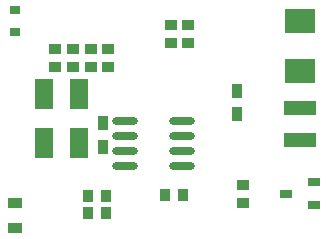
<source format=gbp>
G04 Layer_Color=128*
%FSLAX25Y25*%
%MOIN*%
G70*
G01*
G75*
%ADD10R,0.03740X0.02953*%
%ADD17R,0.03500X0.04000*%
%ADD18R,0.03543X0.05118*%
%ADD20O,0.08661X0.02362*%
%ADD31R,0.10630X0.04724*%
%ADD32R,0.04000X0.03500*%
%ADD33R,0.05906X0.10236*%
%ADD34R,0.09843X0.07874*%
%ADD35R,0.03937X0.02756*%
%ADD36R,0.05118X0.03347*%
D10*
X-82500Y66043D02*
D03*
Y58957D02*
D03*
D17*
X-58429Y-1654D02*
D03*
X-52429D02*
D03*
Y4252D02*
D03*
X-58429D02*
D03*
X-26500Y4500D02*
D03*
X-32500D02*
D03*
D18*
X-53256Y20563D02*
D03*
Y28437D02*
D03*
X-8677Y31319D02*
D03*
Y39193D02*
D03*
D20*
X-26945Y29000D02*
D03*
Y24000D02*
D03*
Y19000D02*
D03*
Y14000D02*
D03*
X-45842Y29000D02*
D03*
Y24000D02*
D03*
Y19000D02*
D03*
Y14000D02*
D03*
D31*
X12303Y33315D02*
D03*
Y22685D02*
D03*
D32*
X-69217Y47000D02*
D03*
Y53000D02*
D03*
X-51500D02*
D03*
Y47000D02*
D03*
X-63311D02*
D03*
Y53000D02*
D03*
X-57406D02*
D03*
Y47000D02*
D03*
X-6709Y7744D02*
D03*
Y1744D02*
D03*
X-30500Y55000D02*
D03*
Y61000D02*
D03*
X-25000D02*
D03*
Y55000D02*
D03*
D33*
X-73146Y38209D02*
D03*
X-61335D02*
D03*
Y21772D02*
D03*
X-73146D02*
D03*
D34*
X12303Y62402D02*
D03*
Y45866D02*
D03*
D35*
X7579Y4921D02*
D03*
X17028Y1181D02*
D03*
Y8661D02*
D03*
D36*
X-82500Y1634D02*
D03*
Y-6634D02*
D03*
M02*

</source>
